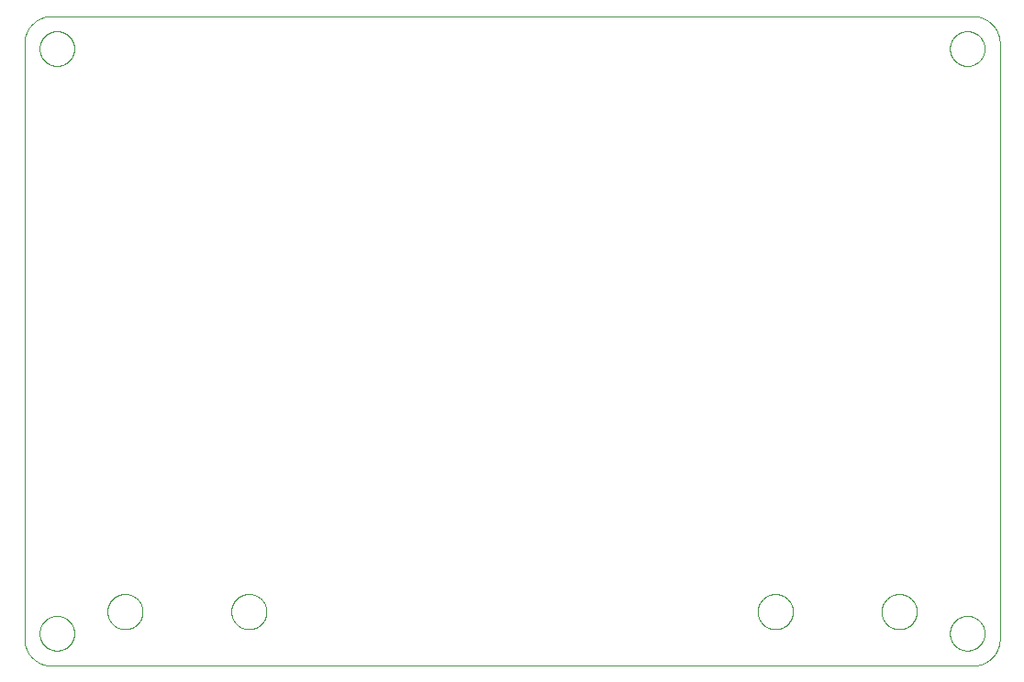
<source format=gbp>
G75*
%MOIN*%
%OFA0B0*%
%FSLAX25Y25*%
%IPPOS*%
%LPD*%
%AMOC8*
5,1,8,0,0,1.08239X$1,22.5*
%
%ADD10C,0.00000*%
D10*
X0026059Y0048303D02*
X0360705Y0048303D01*
X0360943Y0048306D01*
X0361181Y0048314D01*
X0361418Y0048329D01*
X0361655Y0048349D01*
X0361891Y0048375D01*
X0362127Y0048406D01*
X0362362Y0048443D01*
X0362596Y0048486D01*
X0362829Y0048535D01*
X0363061Y0048589D01*
X0363291Y0048649D01*
X0363520Y0048714D01*
X0363747Y0048785D01*
X0363972Y0048861D01*
X0364195Y0048943D01*
X0364417Y0049030D01*
X0364636Y0049122D01*
X0364853Y0049220D01*
X0365067Y0049322D01*
X0365279Y0049430D01*
X0365489Y0049544D01*
X0365695Y0049662D01*
X0365899Y0049785D01*
X0366099Y0049913D01*
X0366296Y0050045D01*
X0366491Y0050183D01*
X0366681Y0050325D01*
X0366869Y0050472D01*
X0367052Y0050623D01*
X0367232Y0050778D01*
X0367408Y0050938D01*
X0367580Y0051102D01*
X0367749Y0051271D01*
X0367913Y0051443D01*
X0368073Y0051619D01*
X0368228Y0051799D01*
X0368379Y0051982D01*
X0368526Y0052170D01*
X0368668Y0052360D01*
X0368806Y0052555D01*
X0368938Y0052752D01*
X0369066Y0052952D01*
X0369189Y0053156D01*
X0369307Y0053362D01*
X0369421Y0053572D01*
X0369529Y0053784D01*
X0369631Y0053998D01*
X0369729Y0054215D01*
X0369821Y0054434D01*
X0369908Y0054656D01*
X0369990Y0054879D01*
X0370066Y0055104D01*
X0370137Y0055331D01*
X0370202Y0055560D01*
X0370262Y0055790D01*
X0370316Y0056022D01*
X0370365Y0056255D01*
X0370408Y0056489D01*
X0370445Y0056724D01*
X0370476Y0056960D01*
X0370502Y0057196D01*
X0370522Y0057433D01*
X0370537Y0057670D01*
X0370545Y0057908D01*
X0370548Y0058146D01*
X0370547Y0058146D02*
X0370547Y0274681D01*
X0370548Y0274681D02*
X0370545Y0274919D01*
X0370537Y0275157D01*
X0370522Y0275394D01*
X0370502Y0275631D01*
X0370476Y0275867D01*
X0370445Y0276103D01*
X0370408Y0276338D01*
X0370365Y0276572D01*
X0370316Y0276805D01*
X0370262Y0277037D01*
X0370202Y0277267D01*
X0370137Y0277496D01*
X0370066Y0277723D01*
X0369990Y0277948D01*
X0369908Y0278171D01*
X0369821Y0278393D01*
X0369729Y0278612D01*
X0369631Y0278829D01*
X0369529Y0279043D01*
X0369421Y0279255D01*
X0369307Y0279465D01*
X0369189Y0279671D01*
X0369066Y0279875D01*
X0368938Y0280075D01*
X0368806Y0280272D01*
X0368668Y0280467D01*
X0368526Y0280657D01*
X0368379Y0280845D01*
X0368228Y0281028D01*
X0368073Y0281208D01*
X0367913Y0281384D01*
X0367749Y0281556D01*
X0367580Y0281725D01*
X0367408Y0281889D01*
X0367232Y0282049D01*
X0367052Y0282204D01*
X0366869Y0282355D01*
X0366681Y0282502D01*
X0366491Y0282644D01*
X0366296Y0282782D01*
X0366099Y0282914D01*
X0365899Y0283042D01*
X0365695Y0283165D01*
X0365489Y0283283D01*
X0365279Y0283397D01*
X0365067Y0283505D01*
X0364853Y0283607D01*
X0364636Y0283705D01*
X0364417Y0283797D01*
X0364195Y0283884D01*
X0363972Y0283966D01*
X0363747Y0284042D01*
X0363520Y0284113D01*
X0363291Y0284178D01*
X0363061Y0284238D01*
X0362829Y0284292D01*
X0362596Y0284341D01*
X0362362Y0284384D01*
X0362127Y0284421D01*
X0361891Y0284452D01*
X0361655Y0284478D01*
X0361418Y0284498D01*
X0361181Y0284513D01*
X0360943Y0284521D01*
X0360705Y0284524D01*
X0026059Y0284524D01*
X0025821Y0284521D01*
X0025583Y0284513D01*
X0025346Y0284498D01*
X0025109Y0284478D01*
X0024873Y0284452D01*
X0024637Y0284421D01*
X0024402Y0284384D01*
X0024168Y0284341D01*
X0023935Y0284292D01*
X0023703Y0284238D01*
X0023473Y0284178D01*
X0023244Y0284113D01*
X0023017Y0284042D01*
X0022792Y0283966D01*
X0022569Y0283884D01*
X0022347Y0283797D01*
X0022128Y0283705D01*
X0021911Y0283607D01*
X0021697Y0283505D01*
X0021485Y0283397D01*
X0021275Y0283283D01*
X0021069Y0283165D01*
X0020865Y0283042D01*
X0020665Y0282914D01*
X0020468Y0282782D01*
X0020273Y0282644D01*
X0020083Y0282502D01*
X0019895Y0282355D01*
X0019712Y0282204D01*
X0019532Y0282049D01*
X0019356Y0281889D01*
X0019184Y0281725D01*
X0019015Y0281556D01*
X0018851Y0281384D01*
X0018691Y0281208D01*
X0018536Y0281028D01*
X0018385Y0280845D01*
X0018238Y0280657D01*
X0018096Y0280467D01*
X0017958Y0280272D01*
X0017826Y0280075D01*
X0017698Y0279875D01*
X0017575Y0279671D01*
X0017457Y0279465D01*
X0017343Y0279255D01*
X0017235Y0279043D01*
X0017133Y0278829D01*
X0017035Y0278612D01*
X0016943Y0278393D01*
X0016856Y0278171D01*
X0016774Y0277948D01*
X0016698Y0277723D01*
X0016627Y0277496D01*
X0016562Y0277267D01*
X0016502Y0277037D01*
X0016448Y0276805D01*
X0016399Y0276572D01*
X0016356Y0276338D01*
X0016319Y0276103D01*
X0016288Y0275867D01*
X0016262Y0275631D01*
X0016242Y0275394D01*
X0016227Y0275157D01*
X0016219Y0274919D01*
X0016216Y0274681D01*
X0016217Y0274681D02*
X0016217Y0058146D01*
X0016216Y0058146D02*
X0016219Y0057908D01*
X0016227Y0057670D01*
X0016242Y0057433D01*
X0016262Y0057196D01*
X0016288Y0056960D01*
X0016319Y0056724D01*
X0016356Y0056489D01*
X0016399Y0056255D01*
X0016448Y0056022D01*
X0016502Y0055790D01*
X0016562Y0055560D01*
X0016627Y0055331D01*
X0016698Y0055104D01*
X0016774Y0054879D01*
X0016856Y0054656D01*
X0016943Y0054434D01*
X0017035Y0054215D01*
X0017133Y0053998D01*
X0017235Y0053784D01*
X0017343Y0053572D01*
X0017457Y0053362D01*
X0017575Y0053156D01*
X0017698Y0052952D01*
X0017826Y0052752D01*
X0017958Y0052555D01*
X0018096Y0052360D01*
X0018238Y0052170D01*
X0018385Y0051982D01*
X0018536Y0051799D01*
X0018691Y0051619D01*
X0018851Y0051443D01*
X0019015Y0051271D01*
X0019184Y0051102D01*
X0019356Y0050938D01*
X0019532Y0050778D01*
X0019712Y0050623D01*
X0019895Y0050472D01*
X0020083Y0050325D01*
X0020273Y0050183D01*
X0020468Y0050045D01*
X0020665Y0049913D01*
X0020865Y0049785D01*
X0021069Y0049662D01*
X0021275Y0049544D01*
X0021485Y0049430D01*
X0021697Y0049322D01*
X0021911Y0049220D01*
X0022128Y0049122D01*
X0022347Y0049030D01*
X0022569Y0048943D01*
X0022792Y0048861D01*
X0023017Y0048785D01*
X0023244Y0048714D01*
X0023473Y0048649D01*
X0023703Y0048589D01*
X0023935Y0048535D01*
X0024168Y0048486D01*
X0024402Y0048443D01*
X0024637Y0048406D01*
X0024873Y0048375D01*
X0025109Y0048349D01*
X0025346Y0048329D01*
X0025583Y0048314D01*
X0025821Y0048306D01*
X0026059Y0048303D01*
X0021729Y0060114D02*
X0021731Y0060272D01*
X0021737Y0060430D01*
X0021747Y0060588D01*
X0021761Y0060746D01*
X0021779Y0060903D01*
X0021800Y0061060D01*
X0021826Y0061216D01*
X0021856Y0061372D01*
X0021889Y0061527D01*
X0021927Y0061680D01*
X0021968Y0061833D01*
X0022013Y0061985D01*
X0022062Y0062136D01*
X0022115Y0062285D01*
X0022171Y0062433D01*
X0022231Y0062579D01*
X0022295Y0062724D01*
X0022363Y0062867D01*
X0022434Y0063009D01*
X0022508Y0063149D01*
X0022586Y0063286D01*
X0022668Y0063422D01*
X0022752Y0063556D01*
X0022841Y0063687D01*
X0022932Y0063816D01*
X0023027Y0063943D01*
X0023124Y0064068D01*
X0023225Y0064190D01*
X0023329Y0064309D01*
X0023436Y0064426D01*
X0023546Y0064540D01*
X0023659Y0064651D01*
X0023774Y0064760D01*
X0023892Y0064865D01*
X0024013Y0064967D01*
X0024136Y0065067D01*
X0024262Y0065163D01*
X0024390Y0065256D01*
X0024520Y0065346D01*
X0024653Y0065432D01*
X0024788Y0065516D01*
X0024924Y0065595D01*
X0025063Y0065672D01*
X0025204Y0065744D01*
X0025346Y0065814D01*
X0025490Y0065879D01*
X0025636Y0065941D01*
X0025783Y0065999D01*
X0025932Y0066054D01*
X0026082Y0066105D01*
X0026233Y0066152D01*
X0026385Y0066195D01*
X0026538Y0066234D01*
X0026693Y0066270D01*
X0026848Y0066301D01*
X0027004Y0066329D01*
X0027160Y0066353D01*
X0027317Y0066373D01*
X0027475Y0066389D01*
X0027632Y0066401D01*
X0027791Y0066409D01*
X0027949Y0066413D01*
X0028107Y0066413D01*
X0028265Y0066409D01*
X0028424Y0066401D01*
X0028581Y0066389D01*
X0028739Y0066373D01*
X0028896Y0066353D01*
X0029052Y0066329D01*
X0029208Y0066301D01*
X0029363Y0066270D01*
X0029518Y0066234D01*
X0029671Y0066195D01*
X0029823Y0066152D01*
X0029974Y0066105D01*
X0030124Y0066054D01*
X0030273Y0065999D01*
X0030420Y0065941D01*
X0030566Y0065879D01*
X0030710Y0065814D01*
X0030852Y0065744D01*
X0030993Y0065672D01*
X0031132Y0065595D01*
X0031268Y0065516D01*
X0031403Y0065432D01*
X0031536Y0065346D01*
X0031666Y0065256D01*
X0031794Y0065163D01*
X0031920Y0065067D01*
X0032043Y0064967D01*
X0032164Y0064865D01*
X0032282Y0064760D01*
X0032397Y0064651D01*
X0032510Y0064540D01*
X0032620Y0064426D01*
X0032727Y0064309D01*
X0032831Y0064190D01*
X0032932Y0064068D01*
X0033029Y0063943D01*
X0033124Y0063816D01*
X0033215Y0063687D01*
X0033304Y0063556D01*
X0033388Y0063422D01*
X0033470Y0063286D01*
X0033548Y0063149D01*
X0033622Y0063009D01*
X0033693Y0062867D01*
X0033761Y0062724D01*
X0033825Y0062579D01*
X0033885Y0062433D01*
X0033941Y0062285D01*
X0033994Y0062136D01*
X0034043Y0061985D01*
X0034088Y0061833D01*
X0034129Y0061680D01*
X0034167Y0061527D01*
X0034200Y0061372D01*
X0034230Y0061216D01*
X0034256Y0061060D01*
X0034277Y0060903D01*
X0034295Y0060746D01*
X0034309Y0060588D01*
X0034319Y0060430D01*
X0034325Y0060272D01*
X0034327Y0060114D01*
X0034325Y0059956D01*
X0034319Y0059798D01*
X0034309Y0059640D01*
X0034295Y0059482D01*
X0034277Y0059325D01*
X0034256Y0059168D01*
X0034230Y0059012D01*
X0034200Y0058856D01*
X0034167Y0058701D01*
X0034129Y0058548D01*
X0034088Y0058395D01*
X0034043Y0058243D01*
X0033994Y0058092D01*
X0033941Y0057943D01*
X0033885Y0057795D01*
X0033825Y0057649D01*
X0033761Y0057504D01*
X0033693Y0057361D01*
X0033622Y0057219D01*
X0033548Y0057079D01*
X0033470Y0056942D01*
X0033388Y0056806D01*
X0033304Y0056672D01*
X0033215Y0056541D01*
X0033124Y0056412D01*
X0033029Y0056285D01*
X0032932Y0056160D01*
X0032831Y0056038D01*
X0032727Y0055919D01*
X0032620Y0055802D01*
X0032510Y0055688D01*
X0032397Y0055577D01*
X0032282Y0055468D01*
X0032164Y0055363D01*
X0032043Y0055261D01*
X0031920Y0055161D01*
X0031794Y0055065D01*
X0031666Y0054972D01*
X0031536Y0054882D01*
X0031403Y0054796D01*
X0031268Y0054712D01*
X0031132Y0054633D01*
X0030993Y0054556D01*
X0030852Y0054484D01*
X0030710Y0054414D01*
X0030566Y0054349D01*
X0030420Y0054287D01*
X0030273Y0054229D01*
X0030124Y0054174D01*
X0029974Y0054123D01*
X0029823Y0054076D01*
X0029671Y0054033D01*
X0029518Y0053994D01*
X0029363Y0053958D01*
X0029208Y0053927D01*
X0029052Y0053899D01*
X0028896Y0053875D01*
X0028739Y0053855D01*
X0028581Y0053839D01*
X0028424Y0053827D01*
X0028265Y0053819D01*
X0028107Y0053815D01*
X0027949Y0053815D01*
X0027791Y0053819D01*
X0027632Y0053827D01*
X0027475Y0053839D01*
X0027317Y0053855D01*
X0027160Y0053875D01*
X0027004Y0053899D01*
X0026848Y0053927D01*
X0026693Y0053958D01*
X0026538Y0053994D01*
X0026385Y0054033D01*
X0026233Y0054076D01*
X0026082Y0054123D01*
X0025932Y0054174D01*
X0025783Y0054229D01*
X0025636Y0054287D01*
X0025490Y0054349D01*
X0025346Y0054414D01*
X0025204Y0054484D01*
X0025063Y0054556D01*
X0024924Y0054633D01*
X0024788Y0054712D01*
X0024653Y0054796D01*
X0024520Y0054882D01*
X0024390Y0054972D01*
X0024262Y0055065D01*
X0024136Y0055161D01*
X0024013Y0055261D01*
X0023892Y0055363D01*
X0023774Y0055468D01*
X0023659Y0055577D01*
X0023546Y0055688D01*
X0023436Y0055802D01*
X0023329Y0055919D01*
X0023225Y0056038D01*
X0023124Y0056160D01*
X0023027Y0056285D01*
X0022932Y0056412D01*
X0022841Y0056541D01*
X0022752Y0056672D01*
X0022668Y0056806D01*
X0022586Y0056942D01*
X0022508Y0057079D01*
X0022434Y0057219D01*
X0022363Y0057361D01*
X0022295Y0057504D01*
X0022231Y0057649D01*
X0022171Y0057795D01*
X0022115Y0057943D01*
X0022062Y0058092D01*
X0022013Y0058243D01*
X0021968Y0058395D01*
X0021927Y0058548D01*
X0021889Y0058701D01*
X0021856Y0058856D01*
X0021826Y0059012D01*
X0021800Y0059168D01*
X0021779Y0059325D01*
X0021761Y0059482D01*
X0021747Y0059640D01*
X0021737Y0059798D01*
X0021731Y0059956D01*
X0021729Y0060114D01*
X0046372Y0067988D02*
X0046374Y0068148D01*
X0046380Y0068307D01*
X0046390Y0068466D01*
X0046404Y0068625D01*
X0046422Y0068784D01*
X0046443Y0068942D01*
X0046469Y0069099D01*
X0046499Y0069256D01*
X0046532Y0069412D01*
X0046570Y0069567D01*
X0046611Y0069721D01*
X0046656Y0069874D01*
X0046705Y0070026D01*
X0046758Y0070177D01*
X0046814Y0070326D01*
X0046875Y0070474D01*
X0046938Y0070620D01*
X0047006Y0070765D01*
X0047077Y0070908D01*
X0047151Y0071049D01*
X0047229Y0071188D01*
X0047311Y0071325D01*
X0047396Y0071460D01*
X0047484Y0071593D01*
X0047576Y0071724D01*
X0047670Y0071852D01*
X0047768Y0071978D01*
X0047869Y0072102D01*
X0047973Y0072223D01*
X0048080Y0072341D01*
X0048190Y0072457D01*
X0048303Y0072570D01*
X0048419Y0072680D01*
X0048537Y0072787D01*
X0048658Y0072891D01*
X0048782Y0072992D01*
X0048908Y0073090D01*
X0049036Y0073184D01*
X0049167Y0073276D01*
X0049300Y0073364D01*
X0049435Y0073449D01*
X0049572Y0073531D01*
X0049711Y0073609D01*
X0049852Y0073683D01*
X0049995Y0073754D01*
X0050140Y0073822D01*
X0050286Y0073885D01*
X0050434Y0073946D01*
X0050583Y0074002D01*
X0050734Y0074055D01*
X0050886Y0074104D01*
X0051039Y0074149D01*
X0051193Y0074190D01*
X0051348Y0074228D01*
X0051504Y0074261D01*
X0051661Y0074291D01*
X0051818Y0074317D01*
X0051976Y0074338D01*
X0052135Y0074356D01*
X0052294Y0074370D01*
X0052453Y0074380D01*
X0052612Y0074386D01*
X0052772Y0074388D01*
X0052932Y0074386D01*
X0053091Y0074380D01*
X0053250Y0074370D01*
X0053409Y0074356D01*
X0053568Y0074338D01*
X0053726Y0074317D01*
X0053883Y0074291D01*
X0054040Y0074261D01*
X0054196Y0074228D01*
X0054351Y0074190D01*
X0054505Y0074149D01*
X0054658Y0074104D01*
X0054810Y0074055D01*
X0054961Y0074002D01*
X0055110Y0073946D01*
X0055258Y0073885D01*
X0055404Y0073822D01*
X0055549Y0073754D01*
X0055692Y0073683D01*
X0055833Y0073609D01*
X0055972Y0073531D01*
X0056109Y0073449D01*
X0056244Y0073364D01*
X0056377Y0073276D01*
X0056508Y0073184D01*
X0056636Y0073090D01*
X0056762Y0072992D01*
X0056886Y0072891D01*
X0057007Y0072787D01*
X0057125Y0072680D01*
X0057241Y0072570D01*
X0057354Y0072457D01*
X0057464Y0072341D01*
X0057571Y0072223D01*
X0057675Y0072102D01*
X0057776Y0071978D01*
X0057874Y0071852D01*
X0057968Y0071724D01*
X0058060Y0071593D01*
X0058148Y0071460D01*
X0058233Y0071325D01*
X0058315Y0071188D01*
X0058393Y0071049D01*
X0058467Y0070908D01*
X0058538Y0070765D01*
X0058606Y0070620D01*
X0058669Y0070474D01*
X0058730Y0070326D01*
X0058786Y0070177D01*
X0058839Y0070026D01*
X0058888Y0069874D01*
X0058933Y0069721D01*
X0058974Y0069567D01*
X0059012Y0069412D01*
X0059045Y0069256D01*
X0059075Y0069099D01*
X0059101Y0068942D01*
X0059122Y0068784D01*
X0059140Y0068625D01*
X0059154Y0068466D01*
X0059164Y0068307D01*
X0059170Y0068148D01*
X0059172Y0067988D01*
X0059170Y0067828D01*
X0059164Y0067669D01*
X0059154Y0067510D01*
X0059140Y0067351D01*
X0059122Y0067192D01*
X0059101Y0067034D01*
X0059075Y0066877D01*
X0059045Y0066720D01*
X0059012Y0066564D01*
X0058974Y0066409D01*
X0058933Y0066255D01*
X0058888Y0066102D01*
X0058839Y0065950D01*
X0058786Y0065799D01*
X0058730Y0065650D01*
X0058669Y0065502D01*
X0058606Y0065356D01*
X0058538Y0065211D01*
X0058467Y0065068D01*
X0058393Y0064927D01*
X0058315Y0064788D01*
X0058233Y0064651D01*
X0058148Y0064516D01*
X0058060Y0064383D01*
X0057968Y0064252D01*
X0057874Y0064124D01*
X0057776Y0063998D01*
X0057675Y0063874D01*
X0057571Y0063753D01*
X0057464Y0063635D01*
X0057354Y0063519D01*
X0057241Y0063406D01*
X0057125Y0063296D01*
X0057007Y0063189D01*
X0056886Y0063085D01*
X0056762Y0062984D01*
X0056636Y0062886D01*
X0056508Y0062792D01*
X0056377Y0062700D01*
X0056244Y0062612D01*
X0056109Y0062527D01*
X0055972Y0062445D01*
X0055833Y0062367D01*
X0055692Y0062293D01*
X0055549Y0062222D01*
X0055404Y0062154D01*
X0055258Y0062091D01*
X0055110Y0062030D01*
X0054961Y0061974D01*
X0054810Y0061921D01*
X0054658Y0061872D01*
X0054505Y0061827D01*
X0054351Y0061786D01*
X0054196Y0061748D01*
X0054040Y0061715D01*
X0053883Y0061685D01*
X0053726Y0061659D01*
X0053568Y0061638D01*
X0053409Y0061620D01*
X0053250Y0061606D01*
X0053091Y0061596D01*
X0052932Y0061590D01*
X0052772Y0061588D01*
X0052612Y0061590D01*
X0052453Y0061596D01*
X0052294Y0061606D01*
X0052135Y0061620D01*
X0051976Y0061638D01*
X0051818Y0061659D01*
X0051661Y0061685D01*
X0051504Y0061715D01*
X0051348Y0061748D01*
X0051193Y0061786D01*
X0051039Y0061827D01*
X0050886Y0061872D01*
X0050734Y0061921D01*
X0050583Y0061974D01*
X0050434Y0062030D01*
X0050286Y0062091D01*
X0050140Y0062154D01*
X0049995Y0062222D01*
X0049852Y0062293D01*
X0049711Y0062367D01*
X0049572Y0062445D01*
X0049435Y0062527D01*
X0049300Y0062612D01*
X0049167Y0062700D01*
X0049036Y0062792D01*
X0048908Y0062886D01*
X0048782Y0062984D01*
X0048658Y0063085D01*
X0048537Y0063189D01*
X0048419Y0063296D01*
X0048303Y0063406D01*
X0048190Y0063519D01*
X0048080Y0063635D01*
X0047973Y0063753D01*
X0047869Y0063874D01*
X0047768Y0063998D01*
X0047670Y0064124D01*
X0047576Y0064252D01*
X0047484Y0064383D01*
X0047396Y0064516D01*
X0047311Y0064651D01*
X0047229Y0064788D01*
X0047151Y0064927D01*
X0047077Y0065068D01*
X0047006Y0065211D01*
X0046938Y0065356D01*
X0046875Y0065502D01*
X0046814Y0065650D01*
X0046758Y0065799D01*
X0046705Y0065950D01*
X0046656Y0066102D01*
X0046611Y0066255D01*
X0046570Y0066409D01*
X0046532Y0066564D01*
X0046499Y0066720D01*
X0046469Y0066877D01*
X0046443Y0067034D01*
X0046422Y0067192D01*
X0046404Y0067351D01*
X0046390Y0067510D01*
X0046380Y0067669D01*
X0046374Y0067828D01*
X0046372Y0067988D01*
X0091372Y0067988D02*
X0091374Y0068148D01*
X0091380Y0068307D01*
X0091390Y0068466D01*
X0091404Y0068625D01*
X0091422Y0068784D01*
X0091443Y0068942D01*
X0091469Y0069099D01*
X0091499Y0069256D01*
X0091532Y0069412D01*
X0091570Y0069567D01*
X0091611Y0069721D01*
X0091656Y0069874D01*
X0091705Y0070026D01*
X0091758Y0070177D01*
X0091814Y0070326D01*
X0091875Y0070474D01*
X0091938Y0070620D01*
X0092006Y0070765D01*
X0092077Y0070908D01*
X0092151Y0071049D01*
X0092229Y0071188D01*
X0092311Y0071325D01*
X0092396Y0071460D01*
X0092484Y0071593D01*
X0092576Y0071724D01*
X0092670Y0071852D01*
X0092768Y0071978D01*
X0092869Y0072102D01*
X0092973Y0072223D01*
X0093080Y0072341D01*
X0093190Y0072457D01*
X0093303Y0072570D01*
X0093419Y0072680D01*
X0093537Y0072787D01*
X0093658Y0072891D01*
X0093782Y0072992D01*
X0093908Y0073090D01*
X0094036Y0073184D01*
X0094167Y0073276D01*
X0094300Y0073364D01*
X0094435Y0073449D01*
X0094572Y0073531D01*
X0094711Y0073609D01*
X0094852Y0073683D01*
X0094995Y0073754D01*
X0095140Y0073822D01*
X0095286Y0073885D01*
X0095434Y0073946D01*
X0095583Y0074002D01*
X0095734Y0074055D01*
X0095886Y0074104D01*
X0096039Y0074149D01*
X0096193Y0074190D01*
X0096348Y0074228D01*
X0096504Y0074261D01*
X0096661Y0074291D01*
X0096818Y0074317D01*
X0096976Y0074338D01*
X0097135Y0074356D01*
X0097294Y0074370D01*
X0097453Y0074380D01*
X0097612Y0074386D01*
X0097772Y0074388D01*
X0097932Y0074386D01*
X0098091Y0074380D01*
X0098250Y0074370D01*
X0098409Y0074356D01*
X0098568Y0074338D01*
X0098726Y0074317D01*
X0098883Y0074291D01*
X0099040Y0074261D01*
X0099196Y0074228D01*
X0099351Y0074190D01*
X0099505Y0074149D01*
X0099658Y0074104D01*
X0099810Y0074055D01*
X0099961Y0074002D01*
X0100110Y0073946D01*
X0100258Y0073885D01*
X0100404Y0073822D01*
X0100549Y0073754D01*
X0100692Y0073683D01*
X0100833Y0073609D01*
X0100972Y0073531D01*
X0101109Y0073449D01*
X0101244Y0073364D01*
X0101377Y0073276D01*
X0101508Y0073184D01*
X0101636Y0073090D01*
X0101762Y0072992D01*
X0101886Y0072891D01*
X0102007Y0072787D01*
X0102125Y0072680D01*
X0102241Y0072570D01*
X0102354Y0072457D01*
X0102464Y0072341D01*
X0102571Y0072223D01*
X0102675Y0072102D01*
X0102776Y0071978D01*
X0102874Y0071852D01*
X0102968Y0071724D01*
X0103060Y0071593D01*
X0103148Y0071460D01*
X0103233Y0071325D01*
X0103315Y0071188D01*
X0103393Y0071049D01*
X0103467Y0070908D01*
X0103538Y0070765D01*
X0103606Y0070620D01*
X0103669Y0070474D01*
X0103730Y0070326D01*
X0103786Y0070177D01*
X0103839Y0070026D01*
X0103888Y0069874D01*
X0103933Y0069721D01*
X0103974Y0069567D01*
X0104012Y0069412D01*
X0104045Y0069256D01*
X0104075Y0069099D01*
X0104101Y0068942D01*
X0104122Y0068784D01*
X0104140Y0068625D01*
X0104154Y0068466D01*
X0104164Y0068307D01*
X0104170Y0068148D01*
X0104172Y0067988D01*
X0104170Y0067828D01*
X0104164Y0067669D01*
X0104154Y0067510D01*
X0104140Y0067351D01*
X0104122Y0067192D01*
X0104101Y0067034D01*
X0104075Y0066877D01*
X0104045Y0066720D01*
X0104012Y0066564D01*
X0103974Y0066409D01*
X0103933Y0066255D01*
X0103888Y0066102D01*
X0103839Y0065950D01*
X0103786Y0065799D01*
X0103730Y0065650D01*
X0103669Y0065502D01*
X0103606Y0065356D01*
X0103538Y0065211D01*
X0103467Y0065068D01*
X0103393Y0064927D01*
X0103315Y0064788D01*
X0103233Y0064651D01*
X0103148Y0064516D01*
X0103060Y0064383D01*
X0102968Y0064252D01*
X0102874Y0064124D01*
X0102776Y0063998D01*
X0102675Y0063874D01*
X0102571Y0063753D01*
X0102464Y0063635D01*
X0102354Y0063519D01*
X0102241Y0063406D01*
X0102125Y0063296D01*
X0102007Y0063189D01*
X0101886Y0063085D01*
X0101762Y0062984D01*
X0101636Y0062886D01*
X0101508Y0062792D01*
X0101377Y0062700D01*
X0101244Y0062612D01*
X0101109Y0062527D01*
X0100972Y0062445D01*
X0100833Y0062367D01*
X0100692Y0062293D01*
X0100549Y0062222D01*
X0100404Y0062154D01*
X0100258Y0062091D01*
X0100110Y0062030D01*
X0099961Y0061974D01*
X0099810Y0061921D01*
X0099658Y0061872D01*
X0099505Y0061827D01*
X0099351Y0061786D01*
X0099196Y0061748D01*
X0099040Y0061715D01*
X0098883Y0061685D01*
X0098726Y0061659D01*
X0098568Y0061638D01*
X0098409Y0061620D01*
X0098250Y0061606D01*
X0098091Y0061596D01*
X0097932Y0061590D01*
X0097772Y0061588D01*
X0097612Y0061590D01*
X0097453Y0061596D01*
X0097294Y0061606D01*
X0097135Y0061620D01*
X0096976Y0061638D01*
X0096818Y0061659D01*
X0096661Y0061685D01*
X0096504Y0061715D01*
X0096348Y0061748D01*
X0096193Y0061786D01*
X0096039Y0061827D01*
X0095886Y0061872D01*
X0095734Y0061921D01*
X0095583Y0061974D01*
X0095434Y0062030D01*
X0095286Y0062091D01*
X0095140Y0062154D01*
X0094995Y0062222D01*
X0094852Y0062293D01*
X0094711Y0062367D01*
X0094572Y0062445D01*
X0094435Y0062527D01*
X0094300Y0062612D01*
X0094167Y0062700D01*
X0094036Y0062792D01*
X0093908Y0062886D01*
X0093782Y0062984D01*
X0093658Y0063085D01*
X0093537Y0063189D01*
X0093419Y0063296D01*
X0093303Y0063406D01*
X0093190Y0063519D01*
X0093080Y0063635D01*
X0092973Y0063753D01*
X0092869Y0063874D01*
X0092768Y0063998D01*
X0092670Y0064124D01*
X0092576Y0064252D01*
X0092484Y0064383D01*
X0092396Y0064516D01*
X0092311Y0064651D01*
X0092229Y0064788D01*
X0092151Y0064927D01*
X0092077Y0065068D01*
X0092006Y0065211D01*
X0091938Y0065356D01*
X0091875Y0065502D01*
X0091814Y0065650D01*
X0091758Y0065799D01*
X0091705Y0065950D01*
X0091656Y0066102D01*
X0091611Y0066255D01*
X0091570Y0066409D01*
X0091532Y0066564D01*
X0091499Y0066720D01*
X0091469Y0066877D01*
X0091443Y0067034D01*
X0091422Y0067192D01*
X0091404Y0067351D01*
X0091390Y0067510D01*
X0091380Y0067669D01*
X0091374Y0067828D01*
X0091372Y0067988D01*
X0282592Y0067988D02*
X0282594Y0068148D01*
X0282600Y0068307D01*
X0282610Y0068466D01*
X0282624Y0068625D01*
X0282642Y0068784D01*
X0282663Y0068942D01*
X0282689Y0069099D01*
X0282719Y0069256D01*
X0282752Y0069412D01*
X0282790Y0069567D01*
X0282831Y0069721D01*
X0282876Y0069874D01*
X0282925Y0070026D01*
X0282978Y0070177D01*
X0283034Y0070326D01*
X0283095Y0070474D01*
X0283158Y0070620D01*
X0283226Y0070765D01*
X0283297Y0070908D01*
X0283371Y0071049D01*
X0283449Y0071188D01*
X0283531Y0071325D01*
X0283616Y0071460D01*
X0283704Y0071593D01*
X0283796Y0071724D01*
X0283890Y0071852D01*
X0283988Y0071978D01*
X0284089Y0072102D01*
X0284193Y0072223D01*
X0284300Y0072341D01*
X0284410Y0072457D01*
X0284523Y0072570D01*
X0284639Y0072680D01*
X0284757Y0072787D01*
X0284878Y0072891D01*
X0285002Y0072992D01*
X0285128Y0073090D01*
X0285256Y0073184D01*
X0285387Y0073276D01*
X0285520Y0073364D01*
X0285655Y0073449D01*
X0285792Y0073531D01*
X0285931Y0073609D01*
X0286072Y0073683D01*
X0286215Y0073754D01*
X0286360Y0073822D01*
X0286506Y0073885D01*
X0286654Y0073946D01*
X0286803Y0074002D01*
X0286954Y0074055D01*
X0287106Y0074104D01*
X0287259Y0074149D01*
X0287413Y0074190D01*
X0287568Y0074228D01*
X0287724Y0074261D01*
X0287881Y0074291D01*
X0288038Y0074317D01*
X0288196Y0074338D01*
X0288355Y0074356D01*
X0288514Y0074370D01*
X0288673Y0074380D01*
X0288832Y0074386D01*
X0288992Y0074388D01*
X0289152Y0074386D01*
X0289311Y0074380D01*
X0289470Y0074370D01*
X0289629Y0074356D01*
X0289788Y0074338D01*
X0289946Y0074317D01*
X0290103Y0074291D01*
X0290260Y0074261D01*
X0290416Y0074228D01*
X0290571Y0074190D01*
X0290725Y0074149D01*
X0290878Y0074104D01*
X0291030Y0074055D01*
X0291181Y0074002D01*
X0291330Y0073946D01*
X0291478Y0073885D01*
X0291624Y0073822D01*
X0291769Y0073754D01*
X0291912Y0073683D01*
X0292053Y0073609D01*
X0292192Y0073531D01*
X0292329Y0073449D01*
X0292464Y0073364D01*
X0292597Y0073276D01*
X0292728Y0073184D01*
X0292856Y0073090D01*
X0292982Y0072992D01*
X0293106Y0072891D01*
X0293227Y0072787D01*
X0293345Y0072680D01*
X0293461Y0072570D01*
X0293574Y0072457D01*
X0293684Y0072341D01*
X0293791Y0072223D01*
X0293895Y0072102D01*
X0293996Y0071978D01*
X0294094Y0071852D01*
X0294188Y0071724D01*
X0294280Y0071593D01*
X0294368Y0071460D01*
X0294453Y0071325D01*
X0294535Y0071188D01*
X0294613Y0071049D01*
X0294687Y0070908D01*
X0294758Y0070765D01*
X0294826Y0070620D01*
X0294889Y0070474D01*
X0294950Y0070326D01*
X0295006Y0070177D01*
X0295059Y0070026D01*
X0295108Y0069874D01*
X0295153Y0069721D01*
X0295194Y0069567D01*
X0295232Y0069412D01*
X0295265Y0069256D01*
X0295295Y0069099D01*
X0295321Y0068942D01*
X0295342Y0068784D01*
X0295360Y0068625D01*
X0295374Y0068466D01*
X0295384Y0068307D01*
X0295390Y0068148D01*
X0295392Y0067988D01*
X0295390Y0067828D01*
X0295384Y0067669D01*
X0295374Y0067510D01*
X0295360Y0067351D01*
X0295342Y0067192D01*
X0295321Y0067034D01*
X0295295Y0066877D01*
X0295265Y0066720D01*
X0295232Y0066564D01*
X0295194Y0066409D01*
X0295153Y0066255D01*
X0295108Y0066102D01*
X0295059Y0065950D01*
X0295006Y0065799D01*
X0294950Y0065650D01*
X0294889Y0065502D01*
X0294826Y0065356D01*
X0294758Y0065211D01*
X0294687Y0065068D01*
X0294613Y0064927D01*
X0294535Y0064788D01*
X0294453Y0064651D01*
X0294368Y0064516D01*
X0294280Y0064383D01*
X0294188Y0064252D01*
X0294094Y0064124D01*
X0293996Y0063998D01*
X0293895Y0063874D01*
X0293791Y0063753D01*
X0293684Y0063635D01*
X0293574Y0063519D01*
X0293461Y0063406D01*
X0293345Y0063296D01*
X0293227Y0063189D01*
X0293106Y0063085D01*
X0292982Y0062984D01*
X0292856Y0062886D01*
X0292728Y0062792D01*
X0292597Y0062700D01*
X0292464Y0062612D01*
X0292329Y0062527D01*
X0292192Y0062445D01*
X0292053Y0062367D01*
X0291912Y0062293D01*
X0291769Y0062222D01*
X0291624Y0062154D01*
X0291478Y0062091D01*
X0291330Y0062030D01*
X0291181Y0061974D01*
X0291030Y0061921D01*
X0290878Y0061872D01*
X0290725Y0061827D01*
X0290571Y0061786D01*
X0290416Y0061748D01*
X0290260Y0061715D01*
X0290103Y0061685D01*
X0289946Y0061659D01*
X0289788Y0061638D01*
X0289629Y0061620D01*
X0289470Y0061606D01*
X0289311Y0061596D01*
X0289152Y0061590D01*
X0288992Y0061588D01*
X0288832Y0061590D01*
X0288673Y0061596D01*
X0288514Y0061606D01*
X0288355Y0061620D01*
X0288196Y0061638D01*
X0288038Y0061659D01*
X0287881Y0061685D01*
X0287724Y0061715D01*
X0287568Y0061748D01*
X0287413Y0061786D01*
X0287259Y0061827D01*
X0287106Y0061872D01*
X0286954Y0061921D01*
X0286803Y0061974D01*
X0286654Y0062030D01*
X0286506Y0062091D01*
X0286360Y0062154D01*
X0286215Y0062222D01*
X0286072Y0062293D01*
X0285931Y0062367D01*
X0285792Y0062445D01*
X0285655Y0062527D01*
X0285520Y0062612D01*
X0285387Y0062700D01*
X0285256Y0062792D01*
X0285128Y0062886D01*
X0285002Y0062984D01*
X0284878Y0063085D01*
X0284757Y0063189D01*
X0284639Y0063296D01*
X0284523Y0063406D01*
X0284410Y0063519D01*
X0284300Y0063635D01*
X0284193Y0063753D01*
X0284089Y0063874D01*
X0283988Y0063998D01*
X0283890Y0064124D01*
X0283796Y0064252D01*
X0283704Y0064383D01*
X0283616Y0064516D01*
X0283531Y0064651D01*
X0283449Y0064788D01*
X0283371Y0064927D01*
X0283297Y0065068D01*
X0283226Y0065211D01*
X0283158Y0065356D01*
X0283095Y0065502D01*
X0283034Y0065650D01*
X0282978Y0065799D01*
X0282925Y0065950D01*
X0282876Y0066102D01*
X0282831Y0066255D01*
X0282790Y0066409D01*
X0282752Y0066564D01*
X0282719Y0066720D01*
X0282689Y0066877D01*
X0282663Y0067034D01*
X0282642Y0067192D01*
X0282624Y0067351D01*
X0282610Y0067510D01*
X0282600Y0067669D01*
X0282594Y0067828D01*
X0282592Y0067988D01*
X0327592Y0067988D02*
X0327594Y0068148D01*
X0327600Y0068307D01*
X0327610Y0068466D01*
X0327624Y0068625D01*
X0327642Y0068784D01*
X0327663Y0068942D01*
X0327689Y0069099D01*
X0327719Y0069256D01*
X0327752Y0069412D01*
X0327790Y0069567D01*
X0327831Y0069721D01*
X0327876Y0069874D01*
X0327925Y0070026D01*
X0327978Y0070177D01*
X0328034Y0070326D01*
X0328095Y0070474D01*
X0328158Y0070620D01*
X0328226Y0070765D01*
X0328297Y0070908D01*
X0328371Y0071049D01*
X0328449Y0071188D01*
X0328531Y0071325D01*
X0328616Y0071460D01*
X0328704Y0071593D01*
X0328796Y0071724D01*
X0328890Y0071852D01*
X0328988Y0071978D01*
X0329089Y0072102D01*
X0329193Y0072223D01*
X0329300Y0072341D01*
X0329410Y0072457D01*
X0329523Y0072570D01*
X0329639Y0072680D01*
X0329757Y0072787D01*
X0329878Y0072891D01*
X0330002Y0072992D01*
X0330128Y0073090D01*
X0330256Y0073184D01*
X0330387Y0073276D01*
X0330520Y0073364D01*
X0330655Y0073449D01*
X0330792Y0073531D01*
X0330931Y0073609D01*
X0331072Y0073683D01*
X0331215Y0073754D01*
X0331360Y0073822D01*
X0331506Y0073885D01*
X0331654Y0073946D01*
X0331803Y0074002D01*
X0331954Y0074055D01*
X0332106Y0074104D01*
X0332259Y0074149D01*
X0332413Y0074190D01*
X0332568Y0074228D01*
X0332724Y0074261D01*
X0332881Y0074291D01*
X0333038Y0074317D01*
X0333196Y0074338D01*
X0333355Y0074356D01*
X0333514Y0074370D01*
X0333673Y0074380D01*
X0333832Y0074386D01*
X0333992Y0074388D01*
X0334152Y0074386D01*
X0334311Y0074380D01*
X0334470Y0074370D01*
X0334629Y0074356D01*
X0334788Y0074338D01*
X0334946Y0074317D01*
X0335103Y0074291D01*
X0335260Y0074261D01*
X0335416Y0074228D01*
X0335571Y0074190D01*
X0335725Y0074149D01*
X0335878Y0074104D01*
X0336030Y0074055D01*
X0336181Y0074002D01*
X0336330Y0073946D01*
X0336478Y0073885D01*
X0336624Y0073822D01*
X0336769Y0073754D01*
X0336912Y0073683D01*
X0337053Y0073609D01*
X0337192Y0073531D01*
X0337329Y0073449D01*
X0337464Y0073364D01*
X0337597Y0073276D01*
X0337728Y0073184D01*
X0337856Y0073090D01*
X0337982Y0072992D01*
X0338106Y0072891D01*
X0338227Y0072787D01*
X0338345Y0072680D01*
X0338461Y0072570D01*
X0338574Y0072457D01*
X0338684Y0072341D01*
X0338791Y0072223D01*
X0338895Y0072102D01*
X0338996Y0071978D01*
X0339094Y0071852D01*
X0339188Y0071724D01*
X0339280Y0071593D01*
X0339368Y0071460D01*
X0339453Y0071325D01*
X0339535Y0071188D01*
X0339613Y0071049D01*
X0339687Y0070908D01*
X0339758Y0070765D01*
X0339826Y0070620D01*
X0339889Y0070474D01*
X0339950Y0070326D01*
X0340006Y0070177D01*
X0340059Y0070026D01*
X0340108Y0069874D01*
X0340153Y0069721D01*
X0340194Y0069567D01*
X0340232Y0069412D01*
X0340265Y0069256D01*
X0340295Y0069099D01*
X0340321Y0068942D01*
X0340342Y0068784D01*
X0340360Y0068625D01*
X0340374Y0068466D01*
X0340384Y0068307D01*
X0340390Y0068148D01*
X0340392Y0067988D01*
X0340390Y0067828D01*
X0340384Y0067669D01*
X0340374Y0067510D01*
X0340360Y0067351D01*
X0340342Y0067192D01*
X0340321Y0067034D01*
X0340295Y0066877D01*
X0340265Y0066720D01*
X0340232Y0066564D01*
X0340194Y0066409D01*
X0340153Y0066255D01*
X0340108Y0066102D01*
X0340059Y0065950D01*
X0340006Y0065799D01*
X0339950Y0065650D01*
X0339889Y0065502D01*
X0339826Y0065356D01*
X0339758Y0065211D01*
X0339687Y0065068D01*
X0339613Y0064927D01*
X0339535Y0064788D01*
X0339453Y0064651D01*
X0339368Y0064516D01*
X0339280Y0064383D01*
X0339188Y0064252D01*
X0339094Y0064124D01*
X0338996Y0063998D01*
X0338895Y0063874D01*
X0338791Y0063753D01*
X0338684Y0063635D01*
X0338574Y0063519D01*
X0338461Y0063406D01*
X0338345Y0063296D01*
X0338227Y0063189D01*
X0338106Y0063085D01*
X0337982Y0062984D01*
X0337856Y0062886D01*
X0337728Y0062792D01*
X0337597Y0062700D01*
X0337464Y0062612D01*
X0337329Y0062527D01*
X0337192Y0062445D01*
X0337053Y0062367D01*
X0336912Y0062293D01*
X0336769Y0062222D01*
X0336624Y0062154D01*
X0336478Y0062091D01*
X0336330Y0062030D01*
X0336181Y0061974D01*
X0336030Y0061921D01*
X0335878Y0061872D01*
X0335725Y0061827D01*
X0335571Y0061786D01*
X0335416Y0061748D01*
X0335260Y0061715D01*
X0335103Y0061685D01*
X0334946Y0061659D01*
X0334788Y0061638D01*
X0334629Y0061620D01*
X0334470Y0061606D01*
X0334311Y0061596D01*
X0334152Y0061590D01*
X0333992Y0061588D01*
X0333832Y0061590D01*
X0333673Y0061596D01*
X0333514Y0061606D01*
X0333355Y0061620D01*
X0333196Y0061638D01*
X0333038Y0061659D01*
X0332881Y0061685D01*
X0332724Y0061715D01*
X0332568Y0061748D01*
X0332413Y0061786D01*
X0332259Y0061827D01*
X0332106Y0061872D01*
X0331954Y0061921D01*
X0331803Y0061974D01*
X0331654Y0062030D01*
X0331506Y0062091D01*
X0331360Y0062154D01*
X0331215Y0062222D01*
X0331072Y0062293D01*
X0330931Y0062367D01*
X0330792Y0062445D01*
X0330655Y0062527D01*
X0330520Y0062612D01*
X0330387Y0062700D01*
X0330256Y0062792D01*
X0330128Y0062886D01*
X0330002Y0062984D01*
X0329878Y0063085D01*
X0329757Y0063189D01*
X0329639Y0063296D01*
X0329523Y0063406D01*
X0329410Y0063519D01*
X0329300Y0063635D01*
X0329193Y0063753D01*
X0329089Y0063874D01*
X0328988Y0063998D01*
X0328890Y0064124D01*
X0328796Y0064252D01*
X0328704Y0064383D01*
X0328616Y0064516D01*
X0328531Y0064651D01*
X0328449Y0064788D01*
X0328371Y0064927D01*
X0328297Y0065068D01*
X0328226Y0065211D01*
X0328158Y0065356D01*
X0328095Y0065502D01*
X0328034Y0065650D01*
X0327978Y0065799D01*
X0327925Y0065950D01*
X0327876Y0066102D01*
X0327831Y0066255D01*
X0327790Y0066409D01*
X0327752Y0066564D01*
X0327719Y0066720D01*
X0327689Y0066877D01*
X0327663Y0067034D01*
X0327642Y0067192D01*
X0327624Y0067351D01*
X0327610Y0067510D01*
X0327600Y0067669D01*
X0327594Y0067828D01*
X0327592Y0067988D01*
X0352437Y0060114D02*
X0352439Y0060272D01*
X0352445Y0060430D01*
X0352455Y0060588D01*
X0352469Y0060746D01*
X0352487Y0060903D01*
X0352508Y0061060D01*
X0352534Y0061216D01*
X0352564Y0061372D01*
X0352597Y0061527D01*
X0352635Y0061680D01*
X0352676Y0061833D01*
X0352721Y0061985D01*
X0352770Y0062136D01*
X0352823Y0062285D01*
X0352879Y0062433D01*
X0352939Y0062579D01*
X0353003Y0062724D01*
X0353071Y0062867D01*
X0353142Y0063009D01*
X0353216Y0063149D01*
X0353294Y0063286D01*
X0353376Y0063422D01*
X0353460Y0063556D01*
X0353549Y0063687D01*
X0353640Y0063816D01*
X0353735Y0063943D01*
X0353832Y0064068D01*
X0353933Y0064190D01*
X0354037Y0064309D01*
X0354144Y0064426D01*
X0354254Y0064540D01*
X0354367Y0064651D01*
X0354482Y0064760D01*
X0354600Y0064865D01*
X0354721Y0064967D01*
X0354844Y0065067D01*
X0354970Y0065163D01*
X0355098Y0065256D01*
X0355228Y0065346D01*
X0355361Y0065432D01*
X0355496Y0065516D01*
X0355632Y0065595D01*
X0355771Y0065672D01*
X0355912Y0065744D01*
X0356054Y0065814D01*
X0356198Y0065879D01*
X0356344Y0065941D01*
X0356491Y0065999D01*
X0356640Y0066054D01*
X0356790Y0066105D01*
X0356941Y0066152D01*
X0357093Y0066195D01*
X0357246Y0066234D01*
X0357401Y0066270D01*
X0357556Y0066301D01*
X0357712Y0066329D01*
X0357868Y0066353D01*
X0358025Y0066373D01*
X0358183Y0066389D01*
X0358340Y0066401D01*
X0358499Y0066409D01*
X0358657Y0066413D01*
X0358815Y0066413D01*
X0358973Y0066409D01*
X0359132Y0066401D01*
X0359289Y0066389D01*
X0359447Y0066373D01*
X0359604Y0066353D01*
X0359760Y0066329D01*
X0359916Y0066301D01*
X0360071Y0066270D01*
X0360226Y0066234D01*
X0360379Y0066195D01*
X0360531Y0066152D01*
X0360682Y0066105D01*
X0360832Y0066054D01*
X0360981Y0065999D01*
X0361128Y0065941D01*
X0361274Y0065879D01*
X0361418Y0065814D01*
X0361560Y0065744D01*
X0361701Y0065672D01*
X0361840Y0065595D01*
X0361976Y0065516D01*
X0362111Y0065432D01*
X0362244Y0065346D01*
X0362374Y0065256D01*
X0362502Y0065163D01*
X0362628Y0065067D01*
X0362751Y0064967D01*
X0362872Y0064865D01*
X0362990Y0064760D01*
X0363105Y0064651D01*
X0363218Y0064540D01*
X0363328Y0064426D01*
X0363435Y0064309D01*
X0363539Y0064190D01*
X0363640Y0064068D01*
X0363737Y0063943D01*
X0363832Y0063816D01*
X0363923Y0063687D01*
X0364012Y0063556D01*
X0364096Y0063422D01*
X0364178Y0063286D01*
X0364256Y0063149D01*
X0364330Y0063009D01*
X0364401Y0062867D01*
X0364469Y0062724D01*
X0364533Y0062579D01*
X0364593Y0062433D01*
X0364649Y0062285D01*
X0364702Y0062136D01*
X0364751Y0061985D01*
X0364796Y0061833D01*
X0364837Y0061680D01*
X0364875Y0061527D01*
X0364908Y0061372D01*
X0364938Y0061216D01*
X0364964Y0061060D01*
X0364985Y0060903D01*
X0365003Y0060746D01*
X0365017Y0060588D01*
X0365027Y0060430D01*
X0365033Y0060272D01*
X0365035Y0060114D01*
X0365033Y0059956D01*
X0365027Y0059798D01*
X0365017Y0059640D01*
X0365003Y0059482D01*
X0364985Y0059325D01*
X0364964Y0059168D01*
X0364938Y0059012D01*
X0364908Y0058856D01*
X0364875Y0058701D01*
X0364837Y0058548D01*
X0364796Y0058395D01*
X0364751Y0058243D01*
X0364702Y0058092D01*
X0364649Y0057943D01*
X0364593Y0057795D01*
X0364533Y0057649D01*
X0364469Y0057504D01*
X0364401Y0057361D01*
X0364330Y0057219D01*
X0364256Y0057079D01*
X0364178Y0056942D01*
X0364096Y0056806D01*
X0364012Y0056672D01*
X0363923Y0056541D01*
X0363832Y0056412D01*
X0363737Y0056285D01*
X0363640Y0056160D01*
X0363539Y0056038D01*
X0363435Y0055919D01*
X0363328Y0055802D01*
X0363218Y0055688D01*
X0363105Y0055577D01*
X0362990Y0055468D01*
X0362872Y0055363D01*
X0362751Y0055261D01*
X0362628Y0055161D01*
X0362502Y0055065D01*
X0362374Y0054972D01*
X0362244Y0054882D01*
X0362111Y0054796D01*
X0361976Y0054712D01*
X0361840Y0054633D01*
X0361701Y0054556D01*
X0361560Y0054484D01*
X0361418Y0054414D01*
X0361274Y0054349D01*
X0361128Y0054287D01*
X0360981Y0054229D01*
X0360832Y0054174D01*
X0360682Y0054123D01*
X0360531Y0054076D01*
X0360379Y0054033D01*
X0360226Y0053994D01*
X0360071Y0053958D01*
X0359916Y0053927D01*
X0359760Y0053899D01*
X0359604Y0053875D01*
X0359447Y0053855D01*
X0359289Y0053839D01*
X0359132Y0053827D01*
X0358973Y0053819D01*
X0358815Y0053815D01*
X0358657Y0053815D01*
X0358499Y0053819D01*
X0358340Y0053827D01*
X0358183Y0053839D01*
X0358025Y0053855D01*
X0357868Y0053875D01*
X0357712Y0053899D01*
X0357556Y0053927D01*
X0357401Y0053958D01*
X0357246Y0053994D01*
X0357093Y0054033D01*
X0356941Y0054076D01*
X0356790Y0054123D01*
X0356640Y0054174D01*
X0356491Y0054229D01*
X0356344Y0054287D01*
X0356198Y0054349D01*
X0356054Y0054414D01*
X0355912Y0054484D01*
X0355771Y0054556D01*
X0355632Y0054633D01*
X0355496Y0054712D01*
X0355361Y0054796D01*
X0355228Y0054882D01*
X0355098Y0054972D01*
X0354970Y0055065D01*
X0354844Y0055161D01*
X0354721Y0055261D01*
X0354600Y0055363D01*
X0354482Y0055468D01*
X0354367Y0055577D01*
X0354254Y0055688D01*
X0354144Y0055802D01*
X0354037Y0055919D01*
X0353933Y0056038D01*
X0353832Y0056160D01*
X0353735Y0056285D01*
X0353640Y0056412D01*
X0353549Y0056541D01*
X0353460Y0056672D01*
X0353376Y0056806D01*
X0353294Y0056942D01*
X0353216Y0057079D01*
X0353142Y0057219D01*
X0353071Y0057361D01*
X0353003Y0057504D01*
X0352939Y0057649D01*
X0352879Y0057795D01*
X0352823Y0057943D01*
X0352770Y0058092D01*
X0352721Y0058243D01*
X0352676Y0058395D01*
X0352635Y0058548D01*
X0352597Y0058701D01*
X0352564Y0058856D01*
X0352534Y0059012D01*
X0352508Y0059168D01*
X0352487Y0059325D01*
X0352469Y0059482D01*
X0352455Y0059640D01*
X0352445Y0059798D01*
X0352439Y0059956D01*
X0352437Y0060114D01*
X0352437Y0272713D02*
X0352439Y0272871D01*
X0352445Y0273029D01*
X0352455Y0273187D01*
X0352469Y0273345D01*
X0352487Y0273502D01*
X0352508Y0273659D01*
X0352534Y0273815D01*
X0352564Y0273971D01*
X0352597Y0274126D01*
X0352635Y0274279D01*
X0352676Y0274432D01*
X0352721Y0274584D01*
X0352770Y0274735D01*
X0352823Y0274884D01*
X0352879Y0275032D01*
X0352939Y0275178D01*
X0353003Y0275323D01*
X0353071Y0275466D01*
X0353142Y0275608D01*
X0353216Y0275748D01*
X0353294Y0275885D01*
X0353376Y0276021D01*
X0353460Y0276155D01*
X0353549Y0276286D01*
X0353640Y0276415D01*
X0353735Y0276542D01*
X0353832Y0276667D01*
X0353933Y0276789D01*
X0354037Y0276908D01*
X0354144Y0277025D01*
X0354254Y0277139D01*
X0354367Y0277250D01*
X0354482Y0277359D01*
X0354600Y0277464D01*
X0354721Y0277566D01*
X0354844Y0277666D01*
X0354970Y0277762D01*
X0355098Y0277855D01*
X0355228Y0277945D01*
X0355361Y0278031D01*
X0355496Y0278115D01*
X0355632Y0278194D01*
X0355771Y0278271D01*
X0355912Y0278343D01*
X0356054Y0278413D01*
X0356198Y0278478D01*
X0356344Y0278540D01*
X0356491Y0278598D01*
X0356640Y0278653D01*
X0356790Y0278704D01*
X0356941Y0278751D01*
X0357093Y0278794D01*
X0357246Y0278833D01*
X0357401Y0278869D01*
X0357556Y0278900D01*
X0357712Y0278928D01*
X0357868Y0278952D01*
X0358025Y0278972D01*
X0358183Y0278988D01*
X0358340Y0279000D01*
X0358499Y0279008D01*
X0358657Y0279012D01*
X0358815Y0279012D01*
X0358973Y0279008D01*
X0359132Y0279000D01*
X0359289Y0278988D01*
X0359447Y0278972D01*
X0359604Y0278952D01*
X0359760Y0278928D01*
X0359916Y0278900D01*
X0360071Y0278869D01*
X0360226Y0278833D01*
X0360379Y0278794D01*
X0360531Y0278751D01*
X0360682Y0278704D01*
X0360832Y0278653D01*
X0360981Y0278598D01*
X0361128Y0278540D01*
X0361274Y0278478D01*
X0361418Y0278413D01*
X0361560Y0278343D01*
X0361701Y0278271D01*
X0361840Y0278194D01*
X0361976Y0278115D01*
X0362111Y0278031D01*
X0362244Y0277945D01*
X0362374Y0277855D01*
X0362502Y0277762D01*
X0362628Y0277666D01*
X0362751Y0277566D01*
X0362872Y0277464D01*
X0362990Y0277359D01*
X0363105Y0277250D01*
X0363218Y0277139D01*
X0363328Y0277025D01*
X0363435Y0276908D01*
X0363539Y0276789D01*
X0363640Y0276667D01*
X0363737Y0276542D01*
X0363832Y0276415D01*
X0363923Y0276286D01*
X0364012Y0276155D01*
X0364096Y0276021D01*
X0364178Y0275885D01*
X0364256Y0275748D01*
X0364330Y0275608D01*
X0364401Y0275466D01*
X0364469Y0275323D01*
X0364533Y0275178D01*
X0364593Y0275032D01*
X0364649Y0274884D01*
X0364702Y0274735D01*
X0364751Y0274584D01*
X0364796Y0274432D01*
X0364837Y0274279D01*
X0364875Y0274126D01*
X0364908Y0273971D01*
X0364938Y0273815D01*
X0364964Y0273659D01*
X0364985Y0273502D01*
X0365003Y0273345D01*
X0365017Y0273187D01*
X0365027Y0273029D01*
X0365033Y0272871D01*
X0365035Y0272713D01*
X0365033Y0272555D01*
X0365027Y0272397D01*
X0365017Y0272239D01*
X0365003Y0272081D01*
X0364985Y0271924D01*
X0364964Y0271767D01*
X0364938Y0271611D01*
X0364908Y0271455D01*
X0364875Y0271300D01*
X0364837Y0271147D01*
X0364796Y0270994D01*
X0364751Y0270842D01*
X0364702Y0270691D01*
X0364649Y0270542D01*
X0364593Y0270394D01*
X0364533Y0270248D01*
X0364469Y0270103D01*
X0364401Y0269960D01*
X0364330Y0269818D01*
X0364256Y0269678D01*
X0364178Y0269541D01*
X0364096Y0269405D01*
X0364012Y0269271D01*
X0363923Y0269140D01*
X0363832Y0269011D01*
X0363737Y0268884D01*
X0363640Y0268759D01*
X0363539Y0268637D01*
X0363435Y0268518D01*
X0363328Y0268401D01*
X0363218Y0268287D01*
X0363105Y0268176D01*
X0362990Y0268067D01*
X0362872Y0267962D01*
X0362751Y0267860D01*
X0362628Y0267760D01*
X0362502Y0267664D01*
X0362374Y0267571D01*
X0362244Y0267481D01*
X0362111Y0267395D01*
X0361976Y0267311D01*
X0361840Y0267232D01*
X0361701Y0267155D01*
X0361560Y0267083D01*
X0361418Y0267013D01*
X0361274Y0266948D01*
X0361128Y0266886D01*
X0360981Y0266828D01*
X0360832Y0266773D01*
X0360682Y0266722D01*
X0360531Y0266675D01*
X0360379Y0266632D01*
X0360226Y0266593D01*
X0360071Y0266557D01*
X0359916Y0266526D01*
X0359760Y0266498D01*
X0359604Y0266474D01*
X0359447Y0266454D01*
X0359289Y0266438D01*
X0359132Y0266426D01*
X0358973Y0266418D01*
X0358815Y0266414D01*
X0358657Y0266414D01*
X0358499Y0266418D01*
X0358340Y0266426D01*
X0358183Y0266438D01*
X0358025Y0266454D01*
X0357868Y0266474D01*
X0357712Y0266498D01*
X0357556Y0266526D01*
X0357401Y0266557D01*
X0357246Y0266593D01*
X0357093Y0266632D01*
X0356941Y0266675D01*
X0356790Y0266722D01*
X0356640Y0266773D01*
X0356491Y0266828D01*
X0356344Y0266886D01*
X0356198Y0266948D01*
X0356054Y0267013D01*
X0355912Y0267083D01*
X0355771Y0267155D01*
X0355632Y0267232D01*
X0355496Y0267311D01*
X0355361Y0267395D01*
X0355228Y0267481D01*
X0355098Y0267571D01*
X0354970Y0267664D01*
X0354844Y0267760D01*
X0354721Y0267860D01*
X0354600Y0267962D01*
X0354482Y0268067D01*
X0354367Y0268176D01*
X0354254Y0268287D01*
X0354144Y0268401D01*
X0354037Y0268518D01*
X0353933Y0268637D01*
X0353832Y0268759D01*
X0353735Y0268884D01*
X0353640Y0269011D01*
X0353549Y0269140D01*
X0353460Y0269271D01*
X0353376Y0269405D01*
X0353294Y0269541D01*
X0353216Y0269678D01*
X0353142Y0269818D01*
X0353071Y0269960D01*
X0353003Y0270103D01*
X0352939Y0270248D01*
X0352879Y0270394D01*
X0352823Y0270542D01*
X0352770Y0270691D01*
X0352721Y0270842D01*
X0352676Y0270994D01*
X0352635Y0271147D01*
X0352597Y0271300D01*
X0352564Y0271455D01*
X0352534Y0271611D01*
X0352508Y0271767D01*
X0352487Y0271924D01*
X0352469Y0272081D01*
X0352455Y0272239D01*
X0352445Y0272397D01*
X0352439Y0272555D01*
X0352437Y0272713D01*
X0021729Y0272713D02*
X0021731Y0272871D01*
X0021737Y0273029D01*
X0021747Y0273187D01*
X0021761Y0273345D01*
X0021779Y0273502D01*
X0021800Y0273659D01*
X0021826Y0273815D01*
X0021856Y0273971D01*
X0021889Y0274126D01*
X0021927Y0274279D01*
X0021968Y0274432D01*
X0022013Y0274584D01*
X0022062Y0274735D01*
X0022115Y0274884D01*
X0022171Y0275032D01*
X0022231Y0275178D01*
X0022295Y0275323D01*
X0022363Y0275466D01*
X0022434Y0275608D01*
X0022508Y0275748D01*
X0022586Y0275885D01*
X0022668Y0276021D01*
X0022752Y0276155D01*
X0022841Y0276286D01*
X0022932Y0276415D01*
X0023027Y0276542D01*
X0023124Y0276667D01*
X0023225Y0276789D01*
X0023329Y0276908D01*
X0023436Y0277025D01*
X0023546Y0277139D01*
X0023659Y0277250D01*
X0023774Y0277359D01*
X0023892Y0277464D01*
X0024013Y0277566D01*
X0024136Y0277666D01*
X0024262Y0277762D01*
X0024390Y0277855D01*
X0024520Y0277945D01*
X0024653Y0278031D01*
X0024788Y0278115D01*
X0024924Y0278194D01*
X0025063Y0278271D01*
X0025204Y0278343D01*
X0025346Y0278413D01*
X0025490Y0278478D01*
X0025636Y0278540D01*
X0025783Y0278598D01*
X0025932Y0278653D01*
X0026082Y0278704D01*
X0026233Y0278751D01*
X0026385Y0278794D01*
X0026538Y0278833D01*
X0026693Y0278869D01*
X0026848Y0278900D01*
X0027004Y0278928D01*
X0027160Y0278952D01*
X0027317Y0278972D01*
X0027475Y0278988D01*
X0027632Y0279000D01*
X0027791Y0279008D01*
X0027949Y0279012D01*
X0028107Y0279012D01*
X0028265Y0279008D01*
X0028424Y0279000D01*
X0028581Y0278988D01*
X0028739Y0278972D01*
X0028896Y0278952D01*
X0029052Y0278928D01*
X0029208Y0278900D01*
X0029363Y0278869D01*
X0029518Y0278833D01*
X0029671Y0278794D01*
X0029823Y0278751D01*
X0029974Y0278704D01*
X0030124Y0278653D01*
X0030273Y0278598D01*
X0030420Y0278540D01*
X0030566Y0278478D01*
X0030710Y0278413D01*
X0030852Y0278343D01*
X0030993Y0278271D01*
X0031132Y0278194D01*
X0031268Y0278115D01*
X0031403Y0278031D01*
X0031536Y0277945D01*
X0031666Y0277855D01*
X0031794Y0277762D01*
X0031920Y0277666D01*
X0032043Y0277566D01*
X0032164Y0277464D01*
X0032282Y0277359D01*
X0032397Y0277250D01*
X0032510Y0277139D01*
X0032620Y0277025D01*
X0032727Y0276908D01*
X0032831Y0276789D01*
X0032932Y0276667D01*
X0033029Y0276542D01*
X0033124Y0276415D01*
X0033215Y0276286D01*
X0033304Y0276155D01*
X0033388Y0276021D01*
X0033470Y0275885D01*
X0033548Y0275748D01*
X0033622Y0275608D01*
X0033693Y0275466D01*
X0033761Y0275323D01*
X0033825Y0275178D01*
X0033885Y0275032D01*
X0033941Y0274884D01*
X0033994Y0274735D01*
X0034043Y0274584D01*
X0034088Y0274432D01*
X0034129Y0274279D01*
X0034167Y0274126D01*
X0034200Y0273971D01*
X0034230Y0273815D01*
X0034256Y0273659D01*
X0034277Y0273502D01*
X0034295Y0273345D01*
X0034309Y0273187D01*
X0034319Y0273029D01*
X0034325Y0272871D01*
X0034327Y0272713D01*
X0034325Y0272555D01*
X0034319Y0272397D01*
X0034309Y0272239D01*
X0034295Y0272081D01*
X0034277Y0271924D01*
X0034256Y0271767D01*
X0034230Y0271611D01*
X0034200Y0271455D01*
X0034167Y0271300D01*
X0034129Y0271147D01*
X0034088Y0270994D01*
X0034043Y0270842D01*
X0033994Y0270691D01*
X0033941Y0270542D01*
X0033885Y0270394D01*
X0033825Y0270248D01*
X0033761Y0270103D01*
X0033693Y0269960D01*
X0033622Y0269818D01*
X0033548Y0269678D01*
X0033470Y0269541D01*
X0033388Y0269405D01*
X0033304Y0269271D01*
X0033215Y0269140D01*
X0033124Y0269011D01*
X0033029Y0268884D01*
X0032932Y0268759D01*
X0032831Y0268637D01*
X0032727Y0268518D01*
X0032620Y0268401D01*
X0032510Y0268287D01*
X0032397Y0268176D01*
X0032282Y0268067D01*
X0032164Y0267962D01*
X0032043Y0267860D01*
X0031920Y0267760D01*
X0031794Y0267664D01*
X0031666Y0267571D01*
X0031536Y0267481D01*
X0031403Y0267395D01*
X0031268Y0267311D01*
X0031132Y0267232D01*
X0030993Y0267155D01*
X0030852Y0267083D01*
X0030710Y0267013D01*
X0030566Y0266948D01*
X0030420Y0266886D01*
X0030273Y0266828D01*
X0030124Y0266773D01*
X0029974Y0266722D01*
X0029823Y0266675D01*
X0029671Y0266632D01*
X0029518Y0266593D01*
X0029363Y0266557D01*
X0029208Y0266526D01*
X0029052Y0266498D01*
X0028896Y0266474D01*
X0028739Y0266454D01*
X0028581Y0266438D01*
X0028424Y0266426D01*
X0028265Y0266418D01*
X0028107Y0266414D01*
X0027949Y0266414D01*
X0027791Y0266418D01*
X0027632Y0266426D01*
X0027475Y0266438D01*
X0027317Y0266454D01*
X0027160Y0266474D01*
X0027004Y0266498D01*
X0026848Y0266526D01*
X0026693Y0266557D01*
X0026538Y0266593D01*
X0026385Y0266632D01*
X0026233Y0266675D01*
X0026082Y0266722D01*
X0025932Y0266773D01*
X0025783Y0266828D01*
X0025636Y0266886D01*
X0025490Y0266948D01*
X0025346Y0267013D01*
X0025204Y0267083D01*
X0025063Y0267155D01*
X0024924Y0267232D01*
X0024788Y0267311D01*
X0024653Y0267395D01*
X0024520Y0267481D01*
X0024390Y0267571D01*
X0024262Y0267664D01*
X0024136Y0267760D01*
X0024013Y0267860D01*
X0023892Y0267962D01*
X0023774Y0268067D01*
X0023659Y0268176D01*
X0023546Y0268287D01*
X0023436Y0268401D01*
X0023329Y0268518D01*
X0023225Y0268637D01*
X0023124Y0268759D01*
X0023027Y0268884D01*
X0022932Y0269011D01*
X0022841Y0269140D01*
X0022752Y0269271D01*
X0022668Y0269405D01*
X0022586Y0269541D01*
X0022508Y0269678D01*
X0022434Y0269818D01*
X0022363Y0269960D01*
X0022295Y0270103D01*
X0022231Y0270248D01*
X0022171Y0270394D01*
X0022115Y0270542D01*
X0022062Y0270691D01*
X0022013Y0270842D01*
X0021968Y0270994D01*
X0021927Y0271147D01*
X0021889Y0271300D01*
X0021856Y0271455D01*
X0021826Y0271611D01*
X0021800Y0271767D01*
X0021779Y0271924D01*
X0021761Y0272081D01*
X0021747Y0272239D01*
X0021737Y0272397D01*
X0021731Y0272555D01*
X0021729Y0272713D01*
M02*

</source>
